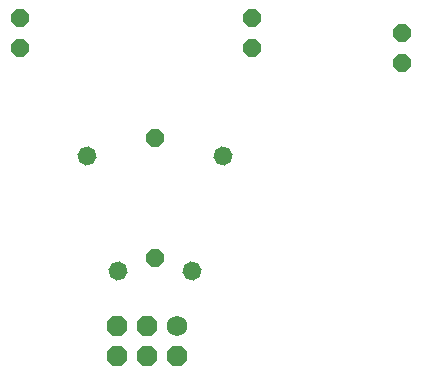
<source format=gbr>
G04 EAGLE Gerber RS-274X export*
G75*
%MOMM*%
%FSLAX34Y34*%
%LPD*%
%INSoldermask Bottom*%
%IPPOS*%
%AMOC8*
5,1,8,0,0,1.08239X$1,22.5*%
G01*
%ADD10P,1.649562X8X112.500000*%
%ADD11P,1.649562X8X97.500000*%
%ADD12P,1.649562X8X127.500000*%
%ADD13P,1.649562X8X292.500000*%
%ADD14C,1.727200*%
%ADD15P,1.869504X8X202.500000*%


D10*
X209550Y184150D03*
X209550Y285750D03*
D11*
X240852Y173181D03*
X267148Y271319D03*
D12*
X178248Y173181D03*
X151952Y271319D03*
D13*
X292100Y387350D03*
X292100Y361950D03*
X419100Y374650D03*
X419100Y349250D03*
X95250Y387350D03*
X95250Y361950D03*
D14*
X228600Y127000D03*
D15*
X203200Y127000D03*
X177800Y127000D03*
X228600Y101600D03*
X203200Y101600D03*
X177800Y101600D03*
M02*

</source>
